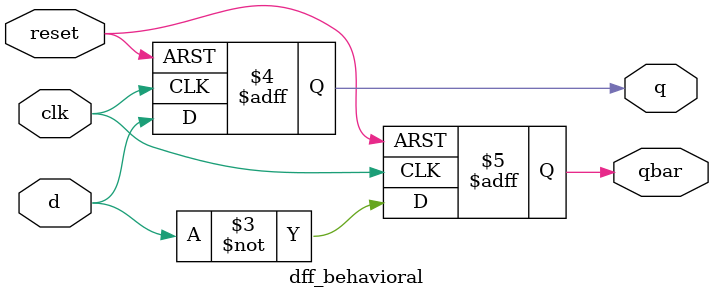
<source format=v>
module RO(input start,output s1,s2,s3);

    nand #18 a(s1,start,s3);
    not #18 b(s2,s1);
    not #18 c(s3,s2);

endmodule
module RO1(input stop,output c1,c2,c3);

    nand #2 a(c1,stop,c3);
    not  #2 b(c2,c1);
    not  #2 c(c3,c2);
endmodule 
module RO2(input start,output s1,s2,s3);

    nand #6 a(s1,start,s3);
    not #6 b(s2,s1);
    not #6 c(s3,s2);

endmodule
module RO3(input stop,output c1,c2,c3);

    nand #3 a(c1,stop,c3);
    not  #3 b(c2,c1);
    not  #3 c(c3,c2);
endmodule 

module D_ff(input wire D,clk,reset,output reg q,q_bar);

initial begin
    q=0;q_bar=0;
end

always @(posedge clk) begin

if (reset) begin
q<=1'b0;
q_bar<= 1'b1;
 
end else begin
q<=D;
q_bar<= ~D;
end
end
endmodule

module D_ff1(input wire D,clk,reset,output reg q,q_bar);

initial begin
    q=0;q_bar=0;
end

always @(negedge clk) begin

if (reset) begin
q<=1'b0;
q_bar<= 1'b1;
 
end else begin
q<=D;
q_bar<= ~D;
end
end
endmodule
module d_latch (input d,en,reset,output reg q);    //active low latch
    initial begin
        q=0;
    end
    always @ (en or reset or d)  
        if (reset)  
            q <= 0;  
        else  
            if (!en)  
                q <= d;  
endmodule 

module delay1(input A,output reg B);
    initial begin
        B=1'b0;
    end
    always @(A) begin
        B<= #18 A;
    end
endmodule

module delay2(input A,output reg B);
    reg C;
    initial begin
        B=1'b0;
    end
    always @(A) begin
        B<= #36 A;
    end
endmodule

module delay3(input A,output reg B);
    initial begin
        B=1'b0;
    end
    always @(A) begin
        B<= #54 A;
    end
endmodule

module delay4(input A,output reg B);
    initial begin
        B=1'b0;
    end
    always @(A) begin
        B<= #6 A;
    end
endmodule

module delay5(input A,output reg B);
    initial begin
        B=1'b0;
    end
    always @(A) begin
        B<= #12 A;
    end
endmodule

module delay6(input A,output reg B);
    initial begin
        B=1'b0;
    end
    always @(A) begin
        B<= #3 A;
    end
endmodule

module delay7(input A,output reg B);
    initial begin
        B=1'b0;
    end
    always @(A) begin
        B<= #9 A;
    end
endmodule

module selective_delay (output reg start1,input s, A1,A0,En);
    initial begin
        start1=1'b0;
    end
    always @(s,A1,A0) begin
        if (!En) begin
            start1=0;
        end else begin
            case({A1,A0})
            {1'b0,1'b0}: begin start1<=s; end
            {1'b0,1'b1}: begin start1<= #16 s; end
            {1'b1,1'b0}: begin start1<= #32 s; end
            {1'b1,1'b1}: begin start1<= #48 s; end
            endcase
        end
    end
    
endmodule

module selective_delay1 (output reg start1,input s, A1,A0,En);
    initial begin
        start1=1'b0;
    end
    always @(s,A1,A0) begin
        if (!En) begin
            start1=0;
        end else begin
            case({A1,A0})
            {1'b0,1'b0}: begin start1<=s; end
            {1'b0,1'b1}: begin start1<= #4 s; end
            {1'b1,1'b0}: begin start1<= #8 s; end
            {1'b1,1'b1}: begin start1<= #12 s; end
            endcase
        end
    end
    
endmodule
module multistep_RO (output [5:0] A,input start, stop);
    //step-1
    RO r1(start,s1,s2a,s3);
    RO1 r2(stop,c1,c2,c3);
    assign s2= ~s2a;
    D_ff1 d1(s1,c1,1'b0,q1,qb1);
    D_ff d2(s2,c2,1'b0,q2,qb2);
    D_ff1 d3(s3,c3,1'b0,q3,qb3);
    delay1 p1(start,z1);
    delay2 p2(start,z2);
    delay3 p3(start,z3);
    d_latch l1(q1,z1,1'b0,Q1);
    d_latch l2(q2,z2,1'b0,Q2);
    d_latch l3(q3,z3,1'b0,Q3);
    delay3 p4 (stop,stop1);
    assign A[4]= (~Q1 & Q2)| ~Q3;
    assign A[5]= (~Q2);
    selective_delay k1(start1,z3,A[5],A[4],z3);

    //step-2
    RO2 r3(start1,s4,s5a,s6);
    RO1 r4(stop1,c4,c5,c6);
    assign s5= ~s5a;
    D_ff1 d4(s4,c4,1'b0,q4,qb4);
    D_ff d5(s5,c5,1'b0,q5,qb5);
    D_ff1 d6(s6,c6,1'b0,q6,qb6);
    delay4 p5(start1,z4);
    delay5 p6(start1,z5);
    delay1 p7(start1,z6);
    d_latch l4(q4,z4,1'b0,Q4);
    d_latch l5(q5,z5,1'b0,Q5);
    d_latch l6(q6,z6,1'b0,Q6);
    delay1 p8 (stop1,stop2);
    assign A[2]= (~Q4 & Q5)| ~Q6;
    assign A[3]= (~Q5);
    selective_delay1 k2(start2,z6,A[3],A[2],z6);

    //step-3
    RO3 r5(start2,s7,s8a,s9);
    RO1 r6(stop2,c7,c8,c9);
    assign s8= ~s8a;
    D_ff1 d7(s7,c7,1'b0,q7,qb7);
    D_ff d8(s8,c8,1'b0,q8,qb8);
    D_ff1 d9(s9,c9,1'b0,q9,qb9);
    delay6 p9(start2,z7);
    delay4 p10(start2,z8);
    delay7 p11(start2,z9);
    d_latch l7(q7,z7,1'b0,Q7);
    d_latch l8(q8,z8,1'b0,Q8);
    d_latch l9(q9,z9,1'b0,Q9);
    assign A[0]= (~Q7 & Q8)| ~Q9;
    assign A[1]= (~Q8);
endmodule



module dff_behavioral(d,clk,reset,q,qbar); 
input d, clk, reset; 
output reg q, qbar; 
always@(posedge clk or posedge reset) 
begin
if(reset== 1) begin
q <= 0;
qbar <= 1;
end else begin
q <= d; 
qbar <= ~d; 
end 
end
endmodule
</source>
